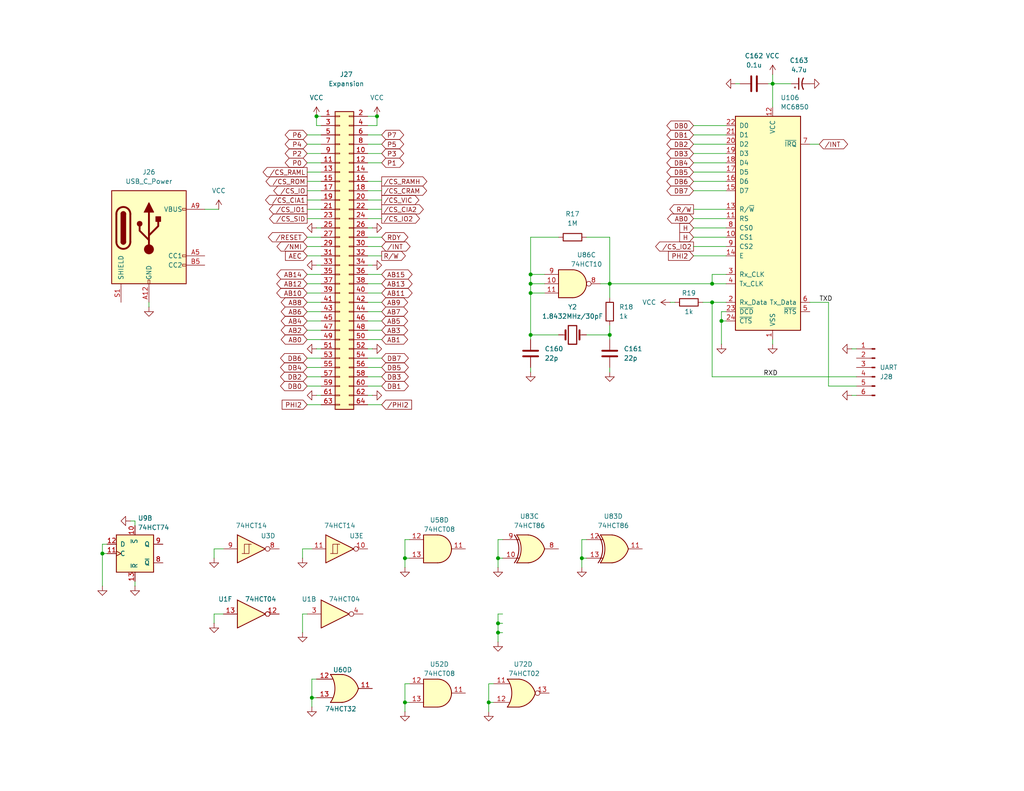
<source format=kicad_sch>
(kicad_sch (version 20250114) (generator "eeschema") (generator_version "9.0")
  (paper "A")
  (title_block (title "TTL 6510 Computer") (date "2025-10-20") (rev "B") (company "Stefan Warnke") (comment 9 "CPU_6502_Opcodes.txt"))
  (junction (at 144.78 74.93))
  (junction (at 194.31 82.55))
  (junction (at 194.31 77.47))
  (junction (at 110.49 191.77))
  (junction (at 85.09 190.5))
  (junction (at 135.89 172.72))
  (junction (at 86.36 31.75))
  (junction (at 210.82 22.86))
  (junction (at 133.35 191.77))
  (junction (at 135.89 152.4))
  (junction (at 166.37 91.44))
  (junction (at 144.78 80.01))
  (junction (at 102.87 31.75))
  (junction (at 158.75 152.4))
  (junction (at 27.94 151.13))
  (junction (at 196.85 87.63))
  (junction (at 166.37 77.47))
  (junction (at 144.78 91.44))
  (junction (at 110.49 152.4))
  (junction (at 135.89 170.18))
  (junction (at 144.78 77.47))
  (wire (pts (xy 100.33 49.53) (xy 104.14 49.53)))
  (wire (pts (xy 83.82 97.79) (xy 87.63 97.79)))
  (wire (pts (xy 144.78 77.47) (xy 144.78 80.01)))
  (wire (pts (xy 104.14 36.83) (xy 100.33 36.83)))
  (wire (pts (xy 83.82 46.99) (xy 87.63 46.99)))
  (wire (pts (xy 137.16 167.64) (xy 135.89 167.64)))
  (wire (pts (xy 83.82 59.69) (xy 87.63 59.69)))
  (wire (pts (xy 100.33 105.41) (xy 104.14 105.41)))
  (wire (pts (xy 83.82 90.17) (xy 87.63 90.17)))
  (wire (pts (xy 83.82 41.91) (xy 87.63 41.91)))
  (wire (pts (xy 189.23 52.07) (xy 198.12 52.07)))
  (wire (pts (xy 163.83 77.47) (xy 166.37 77.47)))
  (wire (pts (xy 85.09 185.42) (xy 85.09 190.5)))
  (wire (pts (xy 110.49 186.69) (xy 110.49 191.77)))
  (wire (pts (xy 189.23 46.99) (xy 198.12 46.99)))
  (wire (pts (xy 85.09 190.5) (xy 85.09 193.04)))
  (wire (pts (xy 100.33 102.87) (xy 104.14 102.87)))
  (wire (pts (xy 144.78 64.77) (xy 144.78 74.93)))
  (wire (pts (xy 166.37 64.77) (xy 160.02 64.77)))
  (wire (pts (xy 100.33 62.23) (xy 101.6 62.23)))
  (wire (pts (xy 35.56 142.24) (xy 36.83 142.24)))
  (wire (pts (xy 189.23 49.53) (xy 198.12 49.53)))
  (wire (pts (xy 196.85 87.63) (xy 196.85 93.98)))
  (wire (pts (xy 100.33 80.01) (xy 104.14 80.01)))
  (wire (pts (xy 166.37 77.47) (xy 166.37 64.77)))
  (wire (pts (xy 189.23 39.37) (xy 198.12 39.37)))
  (wire (pts (xy 58.42 149.86) (xy 58.42 152.4)))
  (wire (pts (xy 83.82 54.61) (xy 87.63 54.61)))
  (wire (pts (xy 104.14 41.91) (xy 100.33 41.91)))
  (wire (pts (xy 209.55 22.86) (xy 210.82 22.86)))
  (wire (pts (xy 135.89 152.4) (xy 135.89 154.94)))
  (wire (pts (xy 82.55 167.64) (xy 82.55 172.72)))
  (wire (pts (xy 86.36 72.39) (xy 87.63 72.39)))
  (wire (pts (xy 194.31 82.55) (xy 198.12 82.55)))
  (wire (pts (xy 144.78 74.93) (xy 144.78 77.47)))
  (wire (pts (xy 182.88 82.55) (xy 184.15 82.55)))
  (wire (pts (xy 158.75 152.4) (xy 160.02 152.4)))
  (wire (pts (xy 135.89 172.72) (xy 135.89 175.26)))
  (wire (pts (xy 196.85 85.09) (xy 196.85 87.63)))
  (wire (pts (xy 110.49 147.32) (xy 110.49 152.4)))
  (wire (pts (xy 144.78 91.44) (xy 152.4 91.44)))
  (wire (pts (xy 100.33 82.55) (xy 104.14 82.55)))
  (wire (pts (xy 226.06 82.55) (xy 226.06 105.41)))
  (wire (pts (xy 100.33 57.15) (xy 104.14 57.15)))
  (wire (pts (xy 100.33 90.17) (xy 104.14 90.17)))
  (wire (pts (xy 210.82 20.32) (xy 210.82 22.86)))
  (wire (pts (xy 27.94 151.13) (xy 27.94 160.02)))
  (wire (pts (xy 194.31 74.93) (xy 194.31 77.47)))
  (wire (pts (xy 110.49 152.4) (xy 110.49 154.94)))
  (wire (pts (xy 158.75 152.4) (xy 158.75 154.94)))
  (wire (pts (xy 189.23 59.69) (xy 198.12 59.69)))
  (wire (pts (xy 189.23 67.31) (xy 198.12 67.31)))
  (wire (pts (xy 189.23 57.15) (xy 198.12 57.15)))
  (wire (pts (xy 100.33 52.07) (xy 104.14 52.07)))
  (wire (pts (xy 135.89 167.64) (xy 135.89 170.18)))
  (wire (pts (xy 86.36 31.75) (xy 87.63 31.75)))
  (wire (pts (xy 100.33 110.49) (xy 104.14 110.49)))
  (wire (pts (xy 135.89 147.32) (xy 135.89 152.4)))
  (wire (pts (xy 83.82 36.83) (xy 87.63 36.83)))
  (wire (pts (xy 135.89 152.4) (xy 137.16 152.4)))
  (wire (pts (xy 198.12 87.63) (xy 196.85 87.63)))
  (wire (pts (xy 83.82 110.49) (xy 87.63 110.49)))
  (wire (pts (xy 83.82 44.45) (xy 87.63 44.45)))
  (wire (pts (xy 83.82 102.87) (xy 87.63 102.87)))
  (wire (pts (xy 100.33 59.69) (xy 104.14 59.69)))
  (wire (pts (xy 135.89 172.72) (xy 137.16 172.72)))
  (wire (pts (xy 58.42 167.64) (xy 58.42 170.18)))
  (wire (pts (xy 85.09 149.86) (xy 82.55 149.86)))
  (wire (pts (xy 220.98 82.55) (xy 226.06 82.55)))
  (wire (pts (xy 111.76 147.32) (xy 110.49 147.32)))
  (wire (pts (xy 104.14 39.37) (xy 100.33 39.37)))
  (wire (pts (xy 83.82 77.47) (xy 87.63 77.47)))
  (wire (pts (xy 194.31 77.47) (xy 198.12 77.47)))
  (wire (pts (xy 86.36 185.42) (xy 85.09 185.42)))
  (wire (pts (xy 160.02 91.44) (xy 166.37 91.44)))
  (wire (pts (xy 210.82 22.86) (xy 210.82 29.21)))
  (wire (pts (xy 189.23 64.77) (xy 198.12 64.77)))
  (wire (pts (xy 86.36 107.95) (xy 87.63 107.95)))
  (wire (pts (xy 104.14 44.45) (xy 100.33 44.45)))
  (wire (pts (xy 200.66 22.86) (xy 201.93 22.86)))
  (wire (pts (xy 83.82 39.37) (xy 87.63 39.37)))
  (wire (pts (xy 60.96 167.64) (xy 58.42 167.64)))
  (wire (pts (xy 83.82 52.07) (xy 87.63 52.07)))
  (wire (pts (xy 85.09 190.5) (xy 86.36 190.5)))
  (wire (pts (xy 110.49 152.4) (xy 111.76 152.4)))
  (wire (pts (xy 83.82 92.71) (xy 87.63 92.71)))
  (wire (pts (xy 100.33 69.85) (xy 104.14 69.85)))
  (wire (pts (xy 82.55 149.86) (xy 82.55 152.4)))
  (wire (pts (xy 100.33 87.63) (xy 104.14 87.63)))
  (wire (pts (xy 83.82 85.09) (xy 87.63 85.09)))
  (wire (pts (xy 83.82 82.55) (xy 87.63 82.55)))
  (wire (pts (xy 133.35 186.69) (xy 133.35 191.77)))
  (wire (pts (xy 27.94 148.59) (xy 29.21 148.59)))
  (wire (pts (xy 59.69 57.15) (xy 55.88 57.15)))
  (wire (pts (xy 86.36 62.23) (xy 87.63 62.23)))
  (wire (pts (xy 83.82 80.01) (xy 87.63 80.01)))
  (wire (pts (xy 166.37 91.44) (xy 166.37 92.71)))
  (wire (pts (xy 100.33 54.61) (xy 104.14 54.61)))
  (wire (pts (xy 144.78 80.01) (xy 148.59 80.01)))
  (wire (pts (xy 40.64 83.82) (xy 40.64 82.55)))
  (wire (pts (xy 110.49 191.77) (xy 111.76 191.77)))
  (wire (pts (xy 100.33 107.95) (xy 101.6 107.95)))
  (wire (pts (xy 100.33 95.25) (xy 101.6 95.25)))
  (wire (pts (xy 189.23 36.83) (xy 198.12 36.83)))
  (wire (pts (xy 166.37 100.33) (xy 166.37 101.6)))
  (wire (pts (xy 102.87 34.29) (xy 102.87 31.75)))
  (wire (pts (xy 83.82 100.33) (xy 87.63 100.33)))
  (wire (pts (xy 160.02 147.32) (xy 158.75 147.32)))
  (wire (pts (xy 210.82 92.71) (xy 210.82 93.98)))
  (wire (pts (xy 27.94 151.13) (xy 29.21 151.13)))
  (wire (pts (xy 83.82 49.53) (xy 87.63 49.53)))
  (wire (pts (xy 100.33 77.47) (xy 104.14 77.47)))
  (wire (pts (xy 232.41 107.95) (xy 233.68 107.95)))
  (wire (pts (xy 111.76 186.69) (xy 110.49 186.69)))
  (wire (pts (xy 135.89 170.18) (xy 137.16 170.18)))
  (wire (pts (xy 27.94 151.13) (xy 27.94 148.59)))
  (wire (pts (xy 133.35 191.77) (xy 134.62 191.77)))
  (wire (pts (xy 36.83 158.75) (xy 36.83 160.02)))
  (wire (pts (xy 137.16 147.32) (xy 135.89 147.32)))
  (wire (pts (xy 82.55 167.64) (xy 83.82 167.64)))
  (wire (pts (xy 100.33 97.79) (xy 104.14 97.79)))
  (wire (pts (xy 83.82 87.63) (xy 87.63 87.63)))
  (wire (pts (xy 100.33 72.39) (xy 101.6 72.39)))
  (wire (pts (xy 100.33 31.75) (xy 102.87 31.75)))
  (wire (pts (xy 86.36 34.29) (xy 86.36 31.75)))
  (wire (pts (xy 87.63 34.29) (xy 86.36 34.29)))
  (wire (pts (xy 194.31 102.87) (xy 194.31 82.55)))
  (wire (pts (xy 198.12 85.09) (xy 196.85 85.09)))
  (wire (pts (xy 135.89 170.18) (xy 135.89 172.72)))
  (wire (pts (xy 232.41 95.25) (xy 233.68 95.25)))
  (wire (pts (xy 100.33 67.31) (xy 104.14 67.31)))
  (wire (pts (xy 226.06 105.41) (xy 233.68 105.41)))
  (wire (pts (xy 189.23 69.85) (xy 198.12 69.85)))
  (wire (pts (xy 189.23 41.91) (xy 198.12 41.91)))
  (wire (pts (xy 60.96 149.86) (xy 58.42 149.86)))
  (wire (pts (xy 198.12 74.93) (xy 194.31 74.93)))
  (wire (pts (xy 144.78 80.01) (xy 144.78 91.44)))
  (wire (pts (xy 83.82 67.31) (xy 87.63 67.31)))
  (wire (pts (xy 144.78 74.93) (xy 148.59 74.93)))
  (wire (pts (xy 83.82 74.93) (xy 87.63 74.93)))
  (wire (pts (xy 166.37 81.28) (xy 166.37 77.47)))
  (wire (pts (xy 100.33 64.77) (xy 104.14 64.77)))
  (wire (pts (xy 144.78 100.33) (xy 144.78 101.6)))
  (wire (pts (xy 100.33 92.71) (xy 104.14 92.71)))
  (wire (pts (xy 133.35 191.77) (xy 133.35 194.31)))
  (wire (pts (xy 191.77 82.55) (xy 194.31 82.55)))
  (wire (pts (xy 220.98 39.37) (xy 223.52 39.37)))
  (wire (pts (xy 144.78 77.47) (xy 148.59 77.47)))
  (wire (pts (xy 144.78 64.77) (xy 152.4 64.77)))
  (wire (pts (xy 144.78 92.71) (xy 144.78 91.44)))
  (wire (pts (xy 86.36 95.25) (xy 87.63 95.25)))
  (wire (pts (xy 189.23 34.29) (xy 198.12 34.29)))
  (wire (pts (xy 83.82 105.41) (xy 87.63 105.41)))
  (wire (pts (xy 100.33 100.33) (xy 104.14 100.33)))
  (wire (pts (xy 100.33 74.93) (xy 104.14 74.93)))
  (wire (pts (xy 36.83 142.24) (xy 36.83 143.51)))
  (wire (pts (xy 158.75 147.32) (xy 158.75 152.4)))
  (wire (pts (xy 83.82 64.77) (xy 87.63 64.77)))
  (wire (pts (xy 134.62 186.69) (xy 133.35 186.69)))
  (wire (pts (xy 166.37 77.47) (xy 194.31 77.47)))
  (wire (pts (xy 100.33 34.29) (xy 102.87 34.29)))
  (wire (pts (xy 194.31 102.87) (xy 233.68 102.87)))
  (wire (pts (xy 110.49 191.77) (xy 110.49 194.31)))
  (wire (pts (xy 83.82 69.85) (xy 87.63 69.85)))
  (wire (pts (xy 210.82 22.86) (xy 215.9 22.86)))
  (wire (pts (xy 189.23 62.23) (xy 198.12 62.23)))
  (wire (pts (xy 100.33 85.09) (xy 104.14 85.09)))
  (wire (pts (xy 166.37 88.9) (xy 166.37 91.44)))
  (wire (pts (xy 189.23 44.45) (xy 198.12 44.45)))
  (wire (pts (xy 83.82 57.15) (xy 87.63 57.15)))
  (label "TXD" (at 223.52 82.55 0))
  (label "RXD" (at 208.28 102.87 0))
  (global_label "{slash}CS_IO1" (shape output) (at 83.82 57.15 180) (property "Intersheetrefs" "${INTERSHEET_REFS}" (effects (hide yes))))
  (global_label "AB7" (shape bidirectional) (at 104.14 85.09 0) (property "Intersheetrefs" "${INTERSHEET_REFS}" (effects (hide yes))))
  (global_label "DB2" (shape bidirectional) (at 189.23 39.37 180) (property "Intersheetrefs" "${INTERSHEET_REFS}" (effects (hide yes))))
  (global_label "{slash}NMI" (shape bidirectional) (at 83.82 67.31 180) (property "Intersheetrefs" "${INTERSHEET_REFS}" (effects (hide yes))))
  (global_label "AB12" (shape bidirectional) (at 83.82 77.47 180) (property "Intersheetrefs" "${INTERSHEET_REFS}" (effects (hide yes))))
  (global_label "{slash}CS_IO" (shape output) (at 83.82 52.07 180) (property "Intersheetrefs" "${INTERSHEET_REFS}" (effects (hide yes))))
  (global_label "DB5" (shape bidirectional) (at 189.23 46.99 180) (property "Intersheetrefs" "${INTERSHEET_REFS}" (effects (hide yes))))
  (global_label "DB4" (shape bidirectional) (at 83.82 100.33 180) (property "Intersheetrefs" "${INTERSHEET_REFS}" (effects (hide yes))))
  (global_label "AB8" (shape bidirectional) (at 83.82 82.55 180) (property "Intersheetrefs" "${INTERSHEET_REFS}" (effects (hide yes))))
  (global_label "P1" (shape bidirectional) (at 104.14 44.45 0) (property "Intersheetrefs" "${INTERSHEET_REFS}" (effects (hide yes))))
  (global_label "AB5" (shape bidirectional) (at 104.14 87.63 0) (property "Intersheetrefs" "${INTERSHEET_REFS}" (effects (hide yes))))
  (global_label "P2" (shape bidirectional) (at 83.82 41.91 180) (property "Intersheetrefs" "${INTERSHEET_REFS}" (effects (hide yes))))
  (global_label "{slash}PHI2" (shape input) (at 104.14 110.49 0) (effects (font (thickness 0.1588))) (property "Intersheetrefs" "${INTERSHEET_REFS}" (effects (hide yes))))
  (global_label "{slash}CS_SID" (shape output) (at 83.82 59.69 180) (property "Intersheetrefs" "${INTERSHEET_REFS}" (effects (hide yes))))
  (global_label "{slash}CS_ROM" (shape output) (at 83.82 49.53 180) (property "Intersheetrefs" "${INTERSHEET_REFS}" (effects (hide yes))))
  (global_label "{slash}CS_RAML" (shape output) (at 83.82 46.99 180) (property "Intersheetrefs" "${INTERSHEET_REFS}" (effects (hide yes))))
  (global_label "H" (shape input) (at 189.23 64.77 180) (property "Intersheetrefs" "${INTERSHEET_REFS}" (effects (hide yes))))
  (global_label "DB6" (shape bidirectional) (at 83.82 97.79 180) (property "Intersheetrefs" "${INTERSHEET_REFS}" (effects (hide yes))))
  (global_label "{slash}CS_CIA2" (shape output) (at 104.14 57.15 0) (property "Intersheetrefs" "${INTERSHEET_REFS}" (effects (hide yes))))
  (global_label "AB6" (shape bidirectional) (at 83.82 85.09 180) (property "Intersheetrefs" "${INTERSHEET_REFS}" (effects (hide yes))))
  (global_label "AB11" (shape bidirectional) (at 104.14 80.01 0) (property "Intersheetrefs" "${INTERSHEET_REFS}" (effects (hide yes))))
  (global_label "PHI2" (shape input) (at 189.23 69.85 180) (effects (font (thickness 0.1588))) (property "Intersheetrefs" "${INTERSHEET_REFS}" (effects (hide yes))))
  (global_label "AB13" (shape bidirectional) (at 104.14 77.47 0) (property "Intersheetrefs" "${INTERSHEET_REFS}" (effects (hide yes))))
  (global_label "RDY" (shape bidirectional) (at 104.14 64.77 0) (effects (font (thickness 0.1588))) (property "Intersheetrefs" "${INTERSHEET_REFS}" (effects (hide yes))))
  (global_label "AB3" (shape bidirectional) (at 104.14 90.17 0) (property "Intersheetrefs" "${INTERSHEET_REFS}" (effects (hide yes))))
  (global_label "AEC" (shape input) (at 83.82 69.85 180) (effects (font (thickness 0.1588))) (property "Intersheetrefs" "${INTERSHEET_REFS}" (effects (hide yes))))
  (global_label "{slash}CS_IO2" (shape output) (at 189.23 67.31 180) (property "Intersheetrefs" "${INTERSHEET_REFS}" (effects (hide yes))))
  (global_label "DB1" (shape bidirectional) (at 189.23 36.83 180) (property "Intersheetrefs" "${INTERSHEET_REFS}" (effects (hide yes))))
  (global_label "H" (shape input) (at 189.23 62.23 180) (property "Intersheetrefs" "${INTERSHEET_REFS}" (effects (hide yes))))
  (global_label "R{slash}W" (shape output) (at 189.23 57.15 180) (property "Intersheetrefs" "${INTERSHEET_REFS}" (effects (hide yes))))
  (global_label "{slash}INT" (shape bidirectional) (at 104.14 67.31 0) (property "Intersheetrefs" "${INTERSHEET_REFS}" (effects (hide yes))))
  (global_label "P5" (shape bidirectional) (at 104.14 39.37 0) (property "Intersheetrefs" "${INTERSHEET_REFS}" (effects (hide yes))))
  (global_label "P0" (shape bidirectional) (at 83.82 44.45 180) (property "Intersheetrefs" "${INTERSHEET_REFS}" (effects (hide yes))))
  (global_label "P3" (shape bidirectional) (at 104.14 41.91 0) (property "Intersheetrefs" "${INTERSHEET_REFS}" (effects (hide yes))))
  (global_label "DB5" (shape bidirectional) (at 104.14 100.33 0) (property "Intersheetrefs" "${INTERSHEET_REFS}" (effects (hide yes))))
  (global_label "DB4" (shape bidirectional) (at 189.23 44.45 180) (property "Intersheetrefs" "${INTERSHEET_REFS}" (effects (hide yes))))
  (global_label "{slash}CS_CIA1" (shape output) (at 83.82 54.61 180) (property "Intersheetrefs" "${INTERSHEET_REFS}" (effects (hide yes))))
  (global_label "AB1" (shape bidirectional) (at 104.14 92.71 0) (property "Intersheetrefs" "${INTERSHEET_REFS}" (effects (hide yes))))
  (global_label "AB15" (shape bidirectional) (at 104.14 74.93 0) (property "Intersheetrefs" "${INTERSHEET_REFS}" (effects (hide yes))))
  (global_label "{slash}RESET" (shape bidirectional) (at 83.82 64.77 180) (property "Intersheetrefs" "${INTERSHEET_REFS}" (effects (hide yes))))
  (global_label "{slash}CS_VIC" (shape output) (at 104.14 54.61 0) (property "Intersheetrefs" "${INTERSHEET_REFS}" (effects (hide yes))))
  (global_label "AB14" (shape bidirectional) (at 83.82 74.93 180) (property "Intersheetrefs" "${INTERSHEET_REFS}" (effects (hide yes))))
  (global_label "DB6" (shape bidirectional) (at 189.23 49.53 180) (property "Intersheetrefs" "${INTERSHEET_REFS}" (effects (hide yes))))
  (global_label "AB10" (shape bidirectional) (at 83.82 80.01 180) (property "Intersheetrefs" "${INTERSHEET_REFS}" (effects (hide yes))))
  (global_label "P7" (shape bidirectional) (at 104.14 36.83 0) (property "Intersheetrefs" "${INTERSHEET_REFS}" (effects (hide yes))))
  (global_label "P4" (shape bidirectional) (at 83.82 39.37 180) (property "Intersheetrefs" "${INTERSHEET_REFS}" (effects (hide yes))))
  (global_label "AB4" (shape bidirectional) (at 83.82 87.63 180) (property "Intersheetrefs" "${INTERSHEET_REFS}" (effects (hide yes))))
  (global_label "AB2" (shape bidirectional) (at 83.82 90.17 180) (property "Intersheetrefs" "${INTERSHEET_REFS}" (effects (hide yes))))
  (global_label "P6" (shape bidirectional) (at 83.82 36.83 180) (property "Intersheetrefs" "${INTERSHEET_REFS}" (effects (hide yes))))
  (global_label "DB2" (shape bidirectional) (at 83.82 102.87 180) (property "Intersheetrefs" "${INTERSHEET_REFS}" (effects (hide yes))))
  (global_label "{slash}INT" (shape bidirectional) (at 223.52 39.37 0) (property "Intersheetrefs" "${INTERSHEET_REFS}" (effects (hide yes))))
  (global_label "{slash}CS_RAMH" (shape output) (at 104.14 49.53 0) (property "Intersheetrefs" "${INTERSHEET_REFS}" (effects (hide yes))))
  (global_label "DB1" (shape bidirectional) (at 104.14 105.41 0) (property "Intersheetrefs" "${INTERSHEET_REFS}" (effects (hide yes))))
  (global_label "DB0" (shape bidirectional) (at 189.23 34.29 180) (property "Intersheetrefs" "${INTERSHEET_REFS}" (effects (hide yes))))
  (global_label "DB7" (shape bidirectional) (at 104.14 97.79 0) (property "Intersheetrefs" "${INTERSHEET_REFS}" (effects (hide yes))))
  (global_label "PHI2" (shape input) (at 83.82 110.49 180) (effects (font (thickness 0.1588))) (property "Intersheetrefs" "${INTERSHEET_REFS}" (effects (hide yes))))
  (global_label "DB3" (shape bidirectional) (at 104.14 102.87 0) (property "Intersheetrefs" "${INTERSHEET_REFS}" (effects (hide yes))))
  (global_label "{slash}CS_IO2" (shape output) (at 104.14 59.69 0) (property "Intersheetrefs" "${INTERSHEET_REFS}" (effects (hide yes))))
  (global_label "R{slash}W" (shape output) (at 104.14 69.85 0) (property "Intersheetrefs" "${INTERSHEET_REFS}" (effects (hide yes))))
  (global_label "AB0" (shape bidirectional) (at 83.82 92.71 180) (property "Intersheetrefs" "${INTERSHEET_REFS}" (effects (hide yes))))
  (global_label "AB9" (shape bidirectional) (at 104.14 82.55 0) (property "Intersheetrefs" "${INTERSHEET_REFS}" (effects (hide yes))))
  (global_label "DB3" (shape bidirectional) (at 189.23 41.91 180) (property "Intersheetrefs" "${INTERSHEET_REFS}" (effects (hide yes))))
  (global_label "DB7" (shape bidirectional) (at 189.23 52.07 180) (property "Intersheetrefs" "${INTERSHEET_REFS}" (effects (hide yes))))
  (global_label "AB0" (shape bidirectional) (at 189.23 59.69 180) (property "Intersheetrefs" "${INTERSHEET_REFS}" (effects (hide yes))))
  (global_label "{slash}CS_CRAM" (shape output) (at 104.14 52.07 0) (property "Intersheetrefs" "${INTERSHEET_REFS}" (effects (hide yes))))
  (global_label "DB0" (shape bidirectional) (at 83.82 105.41 180) (property "Intersheetrefs" "${INTERSHEET_REFS}" (effects (hide yes))))
  (symbol (lib_id "power:GND") (at 144.78 101.6 0) (unit 1)
    (property "Reference" "#PWR0494" (effects (hide yes)))
    (property "Value" "GND" (effects (hide yes)))
    (property "Description" "Power symbol creates a global label with name \"GND\" , ground" (effects (hide yes)))
  )
  (symbol (lib_id "power:GND") (at 85.09 193.04 0) (unit 1)
    (property "Reference" "#PWR0478" (effects (hide yes)))
    (property "Value" "GND" (effects (hide yes)))
    (property "Description" "Power symbol creates a global label with name \"GND\" , ground" (effects (hide yes)))
  )
  (symbol (lib_id "power:+5V") (at 182.88 82.55 90) (unit 1)
    (property "Reference" "#PWR0497" (effects (hide yes)))
    (property "Value" "VCC" (at 179.07 82.5499 90) (effects (justify left)))
    (property "Description" "Power symbol creates a global label with name \"+5V\"" (effects (hide yes)))
  )
  (symbol (lib_id "74xx:74HCT02") (at 142.24 189.23 0) (unit 4)
    (property "Reference" "U72" (at 142.748 181.356 0))
    (property "Value" "74HCT02" (at 143.002 183.896 0))
    (property "Footprint" "Package_DIP:DIP-14_W7.62mm_Socket" (effects (hide yes)))
    (property "Datasheet" "http://www.ti.com/lit/gpn/sn74hct02" (effects (hide yes)))
    (property "Description" "quad 2-input NOR gate" (effects (hide yes)))
    (property "OrderInfo" "https://www.digikey.com/en/products/detail/texas-instruments/CD74HCT02E/38234" (effects (hide yes)))
  )
  (symbol (lib_id "power:GND") (at 135.89 175.26 0) (unit 1)
    (property "Reference" "#PWR0493" (effects (hide yes)))
    (property "Value" "GND" (effects (hide yes)))
    (property "Description" "Power symbol creates a global label with name \"GND\" , ground" (effects (hide yes)))
  )
  (symbol (lib_id "Connector:Conn_01x06_Pin") (at 238.76 100.33 0) (mirror y) (unit 1)
    (property "Reference" "J28" (at 240.03 102.8701 0) (effects (justify right)))
    (property "Value" "UART" (at 240.03 100.3301 0) (effects (justify right)))
    (property "Footprint" "Connector_PinHeader_2.54mm:PinHeader_1x06_P2.54mm_Vertical" (effects (hide yes)))
    (property "Description" "Generic connector, single row, 01x06, script generated" (effects (hide yes)))
    (property "OrderInfo" "https://www.digikey.com/en/products/detail/w%C3%BCrth-elektronik/61300611121/4846833" (effects (hide yes)))
  )
  (symbol (lib_id "power:GND") (at 82.55 172.72 0) (unit 1)
    (property "Reference" "#PWR0477" (effects (hide yes)))
    (property "Value" "GND" (effects (hide yes)))
    (property "Description" "Power symbol creates a global label with name \"GND\" , ground" (effects (hide yes)))
  )
  (symbol (lib_id "74xx:74HC86") (at 167.64 149.86 0) (unit 4)
    (property "Reference" "U83" (at 167.3352 140.97 0))
    (property "Value" "74HCT86" (at 167.3352 143.51 0))
    (property "Footprint" "Package_DIP:DIP-14_W7.62mm_Socket" (effects (hide yes)))
    (property "Datasheet" "http://www.ti.com/lit/gpn/sn74HC86" (effects (hide yes)))
    (property "Description" "Quad 2-input XOR" (effects (hide yes)))
    (property "OrderInfo" "https://www.digikey.com/en/products/detail/texas-instruments/CD74HCT86E/38774" (effects (hide yes)))
  )
  (symbol (lib_id "power:GND") (at 58.42 170.18 0) (unit 1)
    (property "Reference" "#PWR0519" (effects (hide yes)))
    (property "Value" "GND" (effects (hide yes)))
    (property "Description" "Power symbol creates a global label with name \"GND\" , ground" (effects (hide yes)))
  )
  (symbol (lib_id "power:GND") (at 86.36 72.39 270) (unit 1)
    (property "Reference" "#PWR0481" (effects (hide yes)))
    (property "Value" "GND" (effects (hide yes)))
    (property "Description" "Power symbol creates a global label with name \"GND\" , ground" (effects (hide yes)))
  )
  (symbol (lib_id "power:+5V") (at 210.82 20.32 0) (unit 1)
    (property "Reference" "#PWR0500" (effects (hide yes)))
    (property "Value" "VCC" (at 210.82 15.24 0))
    (property "Description" "Power symbol creates a global label with name \"+5V\"" (effects (hide yes)))
  )
  (symbol (lib_id "74xx:74HC14") (at 68.58 149.86 0) (unit 4)
    (property "Reference" "U3" (at 73.152 146.304 0))
    (property "Value" "74HCT14" (at 68.58 143.51 0))
    (property "Footprint" "Package_DIP:DIP-14_W7.62mm_Socket" (effects (hide yes)))
    (property "Datasheet" "http://www.ti.com/lit/gpn/sn74HC14" (effects (hide yes)))
    (property "Description" "Hex inverter schmitt trigger" (effects (hide yes)))
    (property "OrderInfo" "https://www.digikey.com/en/products/detail/texas-instruments/SN74HCT14N/376852" (effects (hide yes)))
  )
  (symbol (lib_id "74xx:74HCT74") (at 36.83 151.13 0) (unit 2)
    (property "Reference" "U9" (at 37.592 141.478 0) (effects (justify left)))
    (property "Value" "74HCT74" (at 37.592 144.018 0) (effects (justify left)))
    (property "Footprint" "Package_DIP:DIP-14_W7.62mm_Socket" (effects (hide yes)))
    (property "Datasheet" "https://assets.nexperia.com/documents/data-sheet/74HC_HCT74.pdf" (effects (hide yes)))
    (property "Description" "Dual D Flip-flop, Set & Reset" (effects (hide yes)))
    (property "OrderInfo" "https://www.digikey.com/en/products/detail/texas-instruments/SN74HCT74N/277271" (effects (hide yes)))
  )
  (symbol (lib_id "power:GND") (at 232.41 95.25 270) (mirror x) (unit 1)
    (property "Reference" "#PWR0503" (effects (hide yes)))
    (property "Value" "GND" (effects (hide yes)))
    (property "Description" "Power symbol creates a global label with name \"GND\" , ground" (effects (hide yes)))
  )
  (symbol (lib_id "power:GND") (at 86.36 95.25 270) (unit 1)
    (property "Reference" "#PWR0482" (effects (hide yes)))
    (property "Value" "GND" (effects (hide yes)))
    (property "Description" "Power symbol creates a global label with name \"GND\" , ground" (effects (hide yes)))
  )
  (symbol (lib_id "74xx:74LS32") (at 93.98 187.96 0) (unit 4)
    (property "Reference" "U60" (at 93.472 182.88 0))
    (property "Value" "74HCT32" (at 92.964 193.548 0))
    (property "Footprint" "Package_DIP:DIP-14_W7.62mm_Socket" (effects (hide yes)))
    (property "Datasheet" "http://www.ti.com/lit/gpn/sn74LS32" (effects (hide yes)))
    (property "Description" "Quad 2-input OR" (effects (hide yes)))
    (property "OrderInfo" "https://www.digikey.com/en/products/detail/texas-instruments/CD74HCT32E/38504" (effects (hide yes)))
  )
  (symbol (lib_id "Device:R") (at 156.21 64.77 90) (unit 1)
    (property "Reference" "R17" (at 156.21 58.42 90))
    (property "Value" "1M" (at 156.21 60.96 90))
    (property "Footprint" "R_Axial_DIN0204_L3.6mm_D1.6mm_P7.62mm_Horizontal" (effects (hide yes)))
    (property "Description" "Resistor" (effects (hide yes)))
    (property "OrderInfo" "https://www.digikey.com/en/products/detail/stackpole-electronics-inc/CF14JT1M00/1741316" (effects (hide yes)))
  )
  (symbol (lib_id "power:GND") (at 158.75 154.94 0) (unit 1)
    (property "Reference" "#PWR0495" (effects (hide yes)))
    (property "Value" "GND" (effects (hide yes)))
    (property "Description" "Power symbol creates a global label with name \"GND\" , ground" (effects (hide yes)))
  )
  (symbol (lib_id "Interface_UART:MC6850") (at 210.82 62.23 0) (unit 1)
    (property "Reference" "U106" (at 212.9633 26.67 0) (effects (justify left)))
    (property "Value" "MC6850" (at 212.9633 29.21 0) (effects (justify left)))
    (property "Footprint" "Package_DIP:DIP-24_W15.24mm_Socket" (effects (hide yes)))
    (property "Datasheet" "http://pdf.datasheetcatalog.com/datasheet/motorola/MC6850.pdf" (effects (hide yes)))
    (property "Description" "Asynchronous Communications Interface Adapter 1MHz, DIP-40" (effects (hide yes)))
    (property "OrderInfo" "https://www.jameco.com/z/6850-Major-Brands-IC-6850-Asynchronous-Communications-Interface-Adapter-24-pin-DIP_43633.html" (effects (hide yes)))
  )
  (symbol (lib_id "74xx:74LS08") (at 119.38 149.86 0) (unit 4)
    (property "Reference" "U58" (at 119.888 141.986 0))
    (property "Value" "74HCT08" (at 119.888 144.526 0))
    (property "Footprint" "Package_DIP:DIP-14_W7.62mm_Socket" (effects (hide yes)))
    (property "Datasheet" "http://www.ti.com/lit/gpn/sn74LS08" (effects (hide yes)))
    (property "Description" "Quad And2" (effects (hide yes)))
    (property "OrderInfo" "https://www.digikey.com/en/products/detail/texas-instruments/CD74HCT08E/38240" (effects (hide yes)))
  )
  (symbol (lib_id "Connector_Generic:Conn_02x32_Odd_Even") (at 92.71 69.85 0) (unit 1)
    (property "Reference" "J27" (at 94.488 20.32 0))
    (property "Value" "Expansion" (at 94.488 22.86 0))
    (property "Footprint" "Connector_PinHeader_2.54mm:PinHeader_2x32_P2.54mm_Horizontal" (effects (hide yes)))
    (property "Datasheet" "https://www.we-online.com/components/products/datasheet/6130xx243121.pdf" (effects (hide yes)))
    (property "Description" "Generic connector, double row, 02x32, odd/even pin numbering scheme (row 1 odd numbers, row 2 even numbers), script generated (kicad-library-utils/schlib/autogen/connector/)" (effects (hide yes)))
    (property "OrderInfo" "https://www.digikey.com/en/products/detail/w%C3%BCrth-elektronik/613064243121/2508635" (effects (hide yes)))
  )
  (symbol (lib_id "power:GND") (at 27.94 160.02 0) (unit 1)
    (property "Reference" "#PWR0470" (effects (hide yes)))
    (property "Value" "GND" (effects (hide yes)))
    (property "Description" "Power symbol creates a global label with name \"GND\" , ground" (effects (hide yes)))
  )
  (symbol (lib_id "power:GND") (at 101.6 95.25 90) (unit 1)
    (property "Reference" "#PWR0486" (effects (hide yes)))
    (property "Value" "GND" (effects (hide yes)))
    (property "Description" "Power symbol creates a global label with name \"GND\" , ground" (effects (hide yes)))
  )
  (symbol (lib_id "power:GND") (at 210.82 93.98 0) (unit 1)
    (property "Reference" "#PWR0501" (effects (hide yes)))
    (property "Value" "GND" (effects (hide yes)))
    (property "Description" "Power symbol creates a global label with name \"GND\" , ground" (effects (hide yes)))
  )
  (symbol (lib_id "power:GND") (at 110.49 194.31 0) (unit 1)
    (property "Reference" "#PWR0490" (effects (hide yes)))
    (property "Value" "GND" (effects (hide yes)))
    (property "Description" "Power symbol creates a global label with name \"GND\" , ground" (effects (hide yes)))
  )
  (symbol (lib_id "power:+5V") (at 86.36 31.75 0) (unit 1)
    (property "Reference" "#PWR0479" (effects (hide yes)))
    (property "Value" "VCC" (at 86.36 26.67 0))
    (property "Description" "Power symbol creates a global label with name \"+5V\"" (effects (hide yes)))
  )
  (symbol (lib_id "Device:R") (at 187.96 82.55 270) (unit 1)
    (property "Reference" "R19" (at 187.96 80.01 90))
    (property "Value" "1k" (at 187.96 85.09 90))
    (property "Footprint" "R_Axial_DIN0204_L3.6mm_D1.6mm_P7.62mm_Horizontal" (effects (hide yes)))
    (property "Description" "Resistor" (effects (hide yes)))
    (property "OrderInfo" "https://www.digikey.com/en/products/detail/stackpole-electronics-inc/CF14JT1K00/1741314" (effects (hide yes)))
  )
  (symbol (lib_id "power:GND") (at 232.41 107.95 270) (mirror x) (unit 1)
    (property "Reference" "#PWR0504" (effects (hide yes)))
    (property "Value" "GND" (effects (hide yes)))
    (property "Description" "Power symbol creates a global label with name \"GND\" , ground" (effects (hide yes)))
  )
  (symbol (lib_id "74xx:74HC14") (at 92.71 149.86 0) (unit 5)
    (property "Reference" "U3" (at 97.282 146.304 0))
    (property "Value" "74HCT14" (at 92.71 143.51 0))
    (property "Footprint" "Package_DIP:DIP-14_W7.62mm_Socket" (effects (hide yes)))
    (property "Datasheet" "http://www.ti.com/lit/gpn/sn74HC14" (effects (hide yes)))
    (property "Description" "Hex inverter schmitt trigger" (effects (hide yes)))
    (property "OrderInfo" "https://www.digikey.com/en/products/detail/texas-instruments/SN74HCT14N/376852" (effects (hide yes)))
  )
  (symbol (lib_id "power:GND") (at 35.56 142.24 270) (unit 1)
    (property "Reference" "#PWR0471" (effects (hide yes)))
    (property "Value" "GND" (effects (hide yes)))
    (property "Description" "Power symbol creates a global label with name \"GND\" , ground" (effects (hide yes)))
  )
  (symbol (lib_id "power:GND") (at 110.49 154.94 0) (unit 1)
    (property "Reference" "#PWR0489" (effects (hide yes)))
    (property "Value" "GND" (effects (hide yes)))
    (property "Description" "Power symbol creates a global label with name \"GND\" , ground" (effects (hide yes)))
  )
  (symbol (lib_id "power:GND") (at 40.64 83.82 0) (unit 1)
    (property "Reference" "#PWR0473" (effects (hide yes)))
    (property "Value" "GND" (effects (hide yes)))
    (property "Description" "Power symbol creates a global label with name \"GND\" , ground" (effects (hide yes)))
  )
  (symbol (lib_id "74xx:74LS10") (at 156.21 77.47 0) (unit 3)
    (property "Reference" "U86" (at 160.02 69.596 0))
    (property "Value" "74HCT10" (at 160.02 72.136 0))
    (property "Footprint" "Package_DIP:DIP-14_W7.62mm_Socket" (effects (hide yes)))
    (property "Datasheet" "http://www.ti.com/lit/gpn/sn74LS10" (effects (hide yes)))
    (property "Description" "Triple 3-input NAND" (effects (hide yes)))
    (property "OrderInfo" "https://www.digikey.com/en/products/detail/rochester-electronics-llc/CD74HCT10EX/12116752" (effects (hide yes)))
  )
  (symbol (lib_id "Device:R") (at 166.37 85.09 180) (unit 1)
    (property "Reference" "R18" (at 168.91 83.8199 0) (effects (justify right)))
    (property "Value" "1k" (at 168.91 86.3599 0) (effects (justify right)))
    (property "Footprint" "R_Axial_DIN0204_L3.6mm_D1.6mm_P7.62mm_Horizontal" (effects (hide yes)))
    (property "Description" "Resistor" (effects (hide yes)))
    (property "OrderInfo" "https://www.digikey.com/en/products/detail/stackpole-electronics-inc/CF14JT1K00/1741314" (effects (hide yes)))
  )
  (symbol (lib_id "power:GND") (at 135.89 154.94 0) (unit 1)
    (property "Reference" "#PWR0492" (effects (hide yes)))
    (property "Value" "GND" (effects (hide yes)))
    (property "Description" "Power symbol creates a global label with name \"GND\" , ground" (effects (hide yes)))
  )
  (symbol (lib_id "Device:C") (at 144.78 96.52 0) (unit 1)
    (property "Reference" "C160" (at 148.59 95.2499 0) (effects (justify left)))
    (property "Value" "22p" (at 148.59 97.7899 0) (effects (justify left)))
    (property "Footprint" "Capacitor_THT:C_Disc_D5.0mm_W2.5mm_P5.00mm" (effects (hide yes)))
    (property "Description" "Unpolarized capacitor" (effects (hide yes)))
    (property "OrderInfo" "https://www.digikey.com/en/products/detail/vishay-beyschlag-draloric-bc-components/K220K15C0GH53L2/2821650" (effects (hide yes)))
  )
  (symbol (lib_id "power:GND") (at 101.6 107.95 90) (unit 1)
    (property "Reference" "#PWR0487" (effects (hide yes)))
    (property "Value" "GND" (effects (hide yes)))
    (property "Description" "Power symbol creates a global label with name \"GND\" , ground" (effects (hide yes)))
  )
  (symbol (lib_id "74xx:74HCT04") (at 68.58 167.64 0) (unit 6)
    (property "Reference" "U1" (at 61.468 163.576 0))
    (property "Value" "74HCT04" (at 71.12 163.576 0))
    (property "Footprint" "Package_DIP:DIP-14_W7.62mm_Socket" (effects (hide yes)))
    (property "Datasheet" "https://assets.nexperia.com/documents/data-sheet/74HC_HCT04.pdf" (effects (hide yes)))
    (property "Description" "Hex Inverter" (effects (hide yes)))
    (property "OrderInfo" "https://www.digikey.com/en/products/detail/texas-instruments/SN74HCT04N/277251" (effects (hide yes)))
  )
  (symbol (lib_id "74xx:74LS08") (at 119.38 189.23 0) (unit 4)
    (property "Reference" "U52" (at 119.888 181.356 0))
    (property "Value" "74HCT08" (at 119.888 183.896 0))
    (property "Footprint" "Package_DIP:DIP-14_W7.62mm_Socket" (effects (hide yes)))
    (property "Datasheet" "http://www.ti.com/lit/gpn/sn74LS08" (effects (hide yes)))
    (property "Description" "Quad And2" (effects (hide yes)))
    (property "OrderInfo" "https://www.digikey.com/en/products/detail/texas-instruments/CD74HCT08E/38240" (effects (hide yes)))
  )
  (symbol (lib_id "power:GND") (at 86.36 107.95 270) (unit 1)
    (property "Reference" "#PWR0483" (effects (hide yes)))
    (property "Value" "GND" (effects (hide yes)))
    (property "Description" "Power symbol creates a global label with name \"GND\" , ground" (effects (hide yes)))
  )
  (symbol (lib_id "Connector:USB_C_Receptacle_PowerOnly_24P") (at 40.64 64.77 0) (unit 1)
    (property "Reference" "J26" (at 40.64 46.99 0))
    (property "Value" "USB_C_Power" (at 40.64 49.53 0))
    (property "Footprint" "Connector_USB:USB_C_Receptacle_HRO_TYPE-C-31-M-17" (effects (hide yes)))
    (property "Datasheet" "https://www.usb.org/sites/default/files/documents/usb_type-c.zip" (effects (hide yes)))
    (property "Description" "USB Power-Only 24P Type-C Receptacle connector" (effects (hide yes)))
    (property "OrderInfo" "https://www.digikey.com/en/products/detail/amphenol-cs-fci/10152803-00011LF/18443705" (effects (hide yes)))
  )
  (symbol (lib_id "power:+5V") (at 59.69 57.15 0) (unit 1)
    (property "Reference" "#PWR0475" (effects (hide yes)))
    (property "Value" "VCC" (at 59.69 52.07 0))
    (property "Description" "Power symbol creates a global label with name \"+5V\"" (effects (hide yes)))
  )
  (symbol (lib_id "power:GND") (at 58.42 152.4 0) (unit 1)
    (property "Reference" "#PWR0474" (effects (hide yes)))
    (property "Value" "GND" (effects (hide yes)))
    (property "Description" "Power symbol creates a global label with name \"GND\" , ground" (effects (hide yes)))
  )
  (symbol (lib_id "Device:Crystal") (at 156.21 91.44 180) (unit 1)
    (property "Reference" "Y2" (at 156.21 83.82 0))
    (property "Value" "1.8432MHz/30pF" (at 156.21 86.36 0))
    (property "Footprint" "Crystal:Crystal_HC49-U_Horizontal" (effects (hide yes)))
    (property "Description" "Two pin crystal" (effects (hide yes)))
    (property "OrderInfo" "https://www.digikey.com/en/products/detail/cts-frequency-controls/MP020S/67643" (effects (hide yes)))
  )
  (symbol (lib_id "power:GND") (at 86.36 62.23 270) (unit 1)
    (property "Reference" "#PWR0480" (effects (hide yes)))
    (property "Value" "GND" (effects (hide yes)))
    (property "Description" "Power symbol creates a global label with name \"GND\" , ground" (effects (hide yes)))
  )
  (symbol (lib_id "power:GND") (at 220.98 22.86 90) (unit 1)
    (property "Reference" "#PWR0502" (effects (hide yes)))
    (property "Value" "GND" (effects (hide yes)))
    (property "Description" "Power symbol creates a global label with name \"GND\" , ground" (effects (hide yes)))
  )
  (symbol (lib_id "power:GND") (at 101.6 62.23 90) (unit 1)
    (property "Reference" "#PWR0484" (effects (hide yes)))
    (property "Value" "GND" (effects (hide yes)))
    (property "Description" "Power symbol creates a global label with name \"GND\" , ground" (effects (hide yes)))
  )
  (symbol (lib_id "power:GND") (at 82.55 152.4 0) (unit 1)
    (property "Reference" "#PWR0476" (effects (hide yes)))
    (property "Value" "GND" (effects (hide yes)))
    (property "Description" "Power symbol creates a global label with name \"GND\" , ground" (effects (hide yes)))
  )
  (symbol (lib_id "Device:C_Polarized_Small_US") (at 218.44 22.86 90) (unit 1)
    (property "Reference" "C163" (at 218.0082 16.51 90))
    (property "Value" "4.7u" (at 218.0082 19.05 90))
    (property "Footprint" "Project Library:C_Disc_D7.5mm_W2.5mm_P7.62mm" (effects (hide yes)))
    (property "Description" "Polarized capacitor, small US symbol" (effects (hide yes)))
    (property "OrderInfo" "https://www.digikey.com/en/products/detail/kyocera-avx/TAP475M010SCS/1472017" (effects (hide yes)))
  )
  (symbol (lib_id "power:GND") (at 133.35 194.31 0) (unit 1)
    (property "Reference" "#PWR0491" (effects (hide yes)))
    (property "Value" "GND" (effects (hide yes)))
    (property "Description" "Power symbol creates a global label with name \"GND\" , ground" (effects (hide yes)))
  )
  (symbol (lib_id "Device:C") (at 205.74 22.86 90) (unit 1)
    (property "Reference" "C162" (at 205.74 15.24 90))
    (property "Value" "0.1u" (at 205.74 17.78 90))
    (property "Footprint" "Project Library:C_Disc_D7.5mm_W2.5mm_P7.62mm" (effects (hide yes)))
    (property "Description" "Unpolarized capacitor" (effects (hide yes)))
    (property "OrderInfo" "https://www.digikey.com/en/products/detail/kemet/C320C104M5R5TA/3726028" (effects (hide yes)))
  )
  (symbol (lib_id "power:+5V") (at 102.87 31.75 0) (unit 1)
    (property "Reference" "#PWR0488" (effects (hide yes)))
    (property "Value" "VCC" (at 102.87 26.67 0))
    (property "Description" "Power symbol creates a global label with name \"+5V\"" (effects (hide yes)))
  )
  (symbol (lib_id "power:GND") (at 36.83 160.02 0) (unit 1)
    (property "Reference" "#PWR0472" (effects (hide yes)))
    (property "Value" "GND" (effects (hide yes)))
    (property "Description" "Power symbol creates a global label with name \"GND\" , ground" (effects (hide yes)))
  )
  (symbol (lib_id "power:GND") (at 200.66 22.86 270) (unit 1)
    (property "Reference" "#PWR0499" (effects (hide yes)))
    (property "Value" "GND" (effects (hide yes)))
    (property "Description" "Power symbol creates a global label with name \"GND\" , ground" (effects (hide yes)))
  )
  (symbol (lib_id "power:GND") (at 196.85 93.98 0) (mirror y) (unit 1)
    (property "Reference" "#PWR0498" (effects (hide yes)))
    (property "Value" "GND" (effects (hide yes)))
    (property "Description" "Power symbol creates a global label with name \"GND\" , ground" (effects (hide yes)))
  )
  (symbol (lib_id "power:GND") (at 166.37 101.6 0) (unit 1)
    (property "Reference" "#PWR0496" (effects (hide yes)))
    (property "Value" "GND" (effects (hide yes)))
    (property "Description" "Power symbol creates a global label with name \"GND\" , ground" (effects (hide yes)))
  )
  (symbol (lib_id "Device:C") (at 166.37 96.52 0) (unit 1)
    (property "Reference" "C161" (at 170.18 95.2499 0) (effects (justify left)))
    (property "Value" "22p" (at 170.18 97.7899 0) (effects (justify left)))
    (property "Footprint" "Capacitor_THT:C_Disc_D5.0mm_W2.5mm_P5.00mm" (effects (hide yes)))
    (property "Description" "Unpolarized capacitor" (effects (hide yes)))
    (property "OrderInfo" "https://www.digikey.com/en/products/detail/vishay-beyschlag-draloric-bc-components/K220K15C0GH53L2/2821650" (effects (hide yes)))
  )
  (symbol (lib_id "power:GND") (at 101.6 72.39 90) (unit 1)
    (property "Reference" "#PWR0485" (effects (hide yes)))
    (property "Value" "GND" (effects (hide yes)))
    (property "Description" "Power symbol creates a global label with name \"GND\" , ground" (effects (hide yes)))
  )
  (symbol (lib_id "74xx:74HCT04") (at 91.44 167.64 0) (unit 2)
    (property "Reference" "U1" (at 84.328 163.576 0))
    (property "Value" "74HCT04" (at 93.98 163.576 0))
    (property "Footprint" "Package_DIP:DIP-14_W7.62mm_Socket" (effects (hide yes)))
    (property "Datasheet" "https://assets.nexperia.com/documents/data-sheet/74HC_HCT04.pdf" (effects (hide yes)))
    (property "Description" "Hex Inverter" (effects (hide yes)))
    (property "OrderInfo" "https://www.digikey.com/en/products/detail/texas-instruments/SN74HCT04N/277251" (effects (hide yes)))
  )
  (symbol (lib_id "74xx:74HC86") (at 144.78 149.86 0) (unit 3)
    (property "Reference" "U83" (at 144.4752 140.97 0))
    (property "Value" "74HCT86" (at 144.4752 143.51 0))
    (property "Footprint" "Package_DIP:DIP-14_W7.62mm_Socket" (effects (hide yes)))
    (property "Datasheet" "http://www.ti.com/lit/gpn/sn74HC86" (effects (hide yes)))
    (property "Description" "Quad 2-input XOR" (effects (hide yes)))
    (property "OrderInfo" "https://www.digikey.com/en/products/detail/texas-instruments/CD74HCT86E/38774" (effects (hide yes)))
  )
)
</source>
